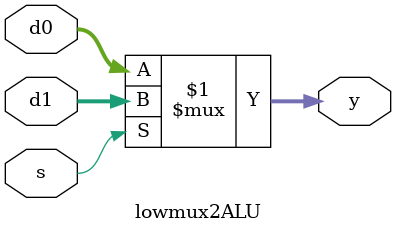
<source format=sv>
module lowmux2ALU(input logic [3:0] d0, d1,
                  input logic s,
                  output logic [3:0] y);
  assign y = s ? d1 : d0;
endmodule

</source>
